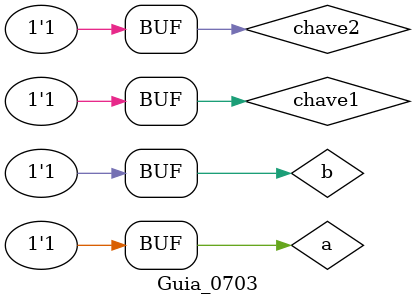
<source format=v>
/* 
Guia_0703.v 
855842 - Mateus Resende Ottoni

iverilog -o Guia_0703.vvp Guia_0703.v
vvp Guia_0703.vvp
*/



// Modulo
//----------------------------------------
module f03_s (output s,
                   input a, b, chave1, chave2);


   not   NOT1   ( not_chave1,   chave1);
   not   NOT2   ( not_chave2,   chave2);

// Porta 1 e 2 (NAND e AND)
   nand  NAND1  (        s_1,        a,           b);
   and   AND1   (     s_nand,      s_1,  not_chave1); // Seleção com uso da chave
   and   AND2   (        s_2,        a,           b);
   and   AND3   (      s_and,      s_2,      chave1); // Seleção com uso da chave
   or    OR1    (       s_g1,   s_nand,       s_and);

// Porta 3 e 4 (NOR e OR)
   nor   NOR1   (        s_3,        a,           b);
   and   AND4   (      s_nor,      s_3,  not_chave1); // Seleção com uso da chave
   or    OR2    (        s_4,        a,           b);
   and   AND5   (       s_or,      s_4,      chave1); // Seleção com uso da chave
   or    OR3    (       s_g2,    s_nor,        s_or);

// Resultado
   and   AND6   (        s_a,     s_g1,  not_chave2);
   and   AND7   (        s_o,     s_g2,      chave2);
   or    OR4    (          s,      s_a,         s_o);


endmodule
//----------------------------------------




// Modulo principal
module Guia_0703; 

// Definir dados
reg a, b, chave1, chave2;
wire w_lu;

f03_s    f03 (w_lu, a, b, chave1, chave2);




 initial
  begin
   a      = 1'b0;
   b      = 1'b0;
   chave1 = 1'b0;
   chave2 = 1'b0;
  end


// Main 
initial 
begin : main 

$display ( "Guia_0703" );

/*	Mostrar valores em tabela				*/
$display ( "" );
$display ( "____________________________________________" );
$display ( "| a | b || chave 1 | chave 2 || resultado ||" );
$display ( "|---|---||---------|---------||-----------||" );
$monitor ( "| %b | %b ||       %b |       %b ||         %b ||",
               a,   b,     chave1,     chave2,        w_lu );
/*								*/

/*	Atualizar valores		*/

#1;  b = 1'b1;
#1;  b = 1'b0; a = 1'b1;
#1;  b = 1'b1;
#1;

/*					*/

/*	Separação			*/
$display ( "|---|---||---------|---------||-----------||" );
#1;  b = 1'b0; a = 1'b0; chave1 = 1'b1;
/*					*/

/*	Atualizar valores		*/

#1;  b = 1'b1;
#1;  b = 1'b0; a = 1'b1;
#1;  b = 1'b1;
#1;

/*					*/

/*	Separação			*/
$display ( "|---|---||---------|---------||-----------||" );
#1;  b = 1'b0; a = 1'b0; chave1 = 1'b0; chave2 = 1'b1;
/*					*/

/*	Atualizar valores		*/

#1;  b = 1'b1;
#1;  b = 1'b0; a = 1'b1;
#1;  b = 1'b1;
#1;

/*					*/

/*	Separação			*/
$display ( "|---|---||---------|---------||-----------||" );
#1;  b = 1'b0; a = 1'b0; chave1 = 1'b1;
/*					*/

/*	Atualizar valores		*/

#1;  b = 1'b1;
#1;  b = 1'b0; a = 1'b1;
#1;  b = 1'b1;
#1;

/*					*/

end // main 

endmodule // Guia_0703

/*	Previsão de Testes 		*/
/*
____________________________________________
| a | b || chave 1 | chave 2 || resultado ||
|---|---||---------|---------||-----------||
| 0 | 0 ||       0 |       0 ||         1 ||
| 0 | 1 ||       0 |       0 ||         1 ||
| 1 | 0 ||       0 |       0 ||         1 ||
| 1 | 1 ||       0 |       0 ||         0 ||
|---|---||---------|---------||-----------||
| 0 | 0 ||       1 |       0 ||         0 ||
| 0 | 1 ||       1 |       0 ||         0 ||
| 1 | 0 ||       1 |       0 ||         0 ||
| 1 | 1 ||       1 |       0 ||         1 ||
|---|---||---------|---------||-----------||
| 0 | 0 ||       0 |       1 ||         1 ||
| 0 | 1 ||       0 |       1 ||         0 ||
| 1 | 0 ||       0 |       1 ||         0 ||
| 1 | 1 ||       0 |       1 ||         0 ||
|---|---||---------|---------||-----------||
| 0 | 0 ||       1 |       1 ||         0 ||
| 0 | 1 ||       1 |       1 ||         1 ||
| 1 | 0 ||       1 |       1 ||         1 ||
| 1 | 1 ||       1 |       1 ||         1 ||

*/
/*					*/

</source>
